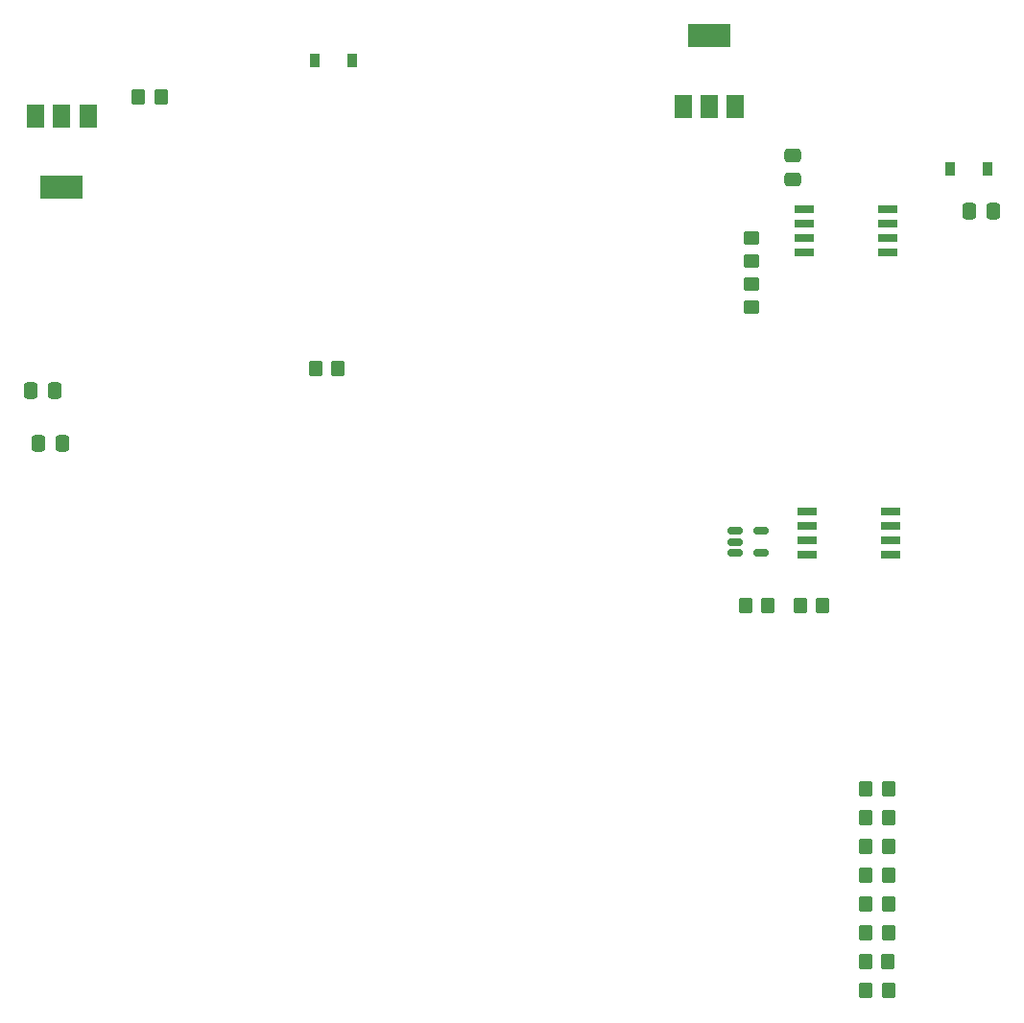
<source format=gtp>
%TF.GenerationSoftware,KiCad,Pcbnew,(6.0.1)*%
%TF.CreationDate,2022-03-08T14:51:08-06:00*%
%TF.ProjectId,arliang2_good2go_2,61726c69-616e-4673-925f-676f6f643267,rev?*%
%TF.SameCoordinates,Original*%
%TF.FileFunction,Paste,Top*%
%TF.FilePolarity,Positive*%
%FSLAX46Y46*%
G04 Gerber Fmt 4.6, Leading zero omitted, Abs format (unit mm)*
G04 Created by KiCad (PCBNEW (6.0.1)) date 2022-03-08 14:51:08*
%MOMM*%
%LPD*%
G01*
G04 APERTURE LIST*
G04 Aperture macros list*
%AMRoundRect*
0 Rectangle with rounded corners*
0 $1 Rounding radius*
0 $2 $3 $4 $5 $6 $7 $8 $9 X,Y pos of 4 corners*
0 Add a 4 corners polygon primitive as box body*
4,1,4,$2,$3,$4,$5,$6,$7,$8,$9,$2,$3,0*
0 Add four circle primitives for the rounded corners*
1,1,$1+$1,$2,$3*
1,1,$1+$1,$4,$5*
1,1,$1+$1,$6,$7*
1,1,$1+$1,$8,$9*
0 Add four rect primitives between the rounded corners*
20,1,$1+$1,$2,$3,$4,$5,0*
20,1,$1+$1,$4,$5,$6,$7,0*
20,1,$1+$1,$6,$7,$8,$9,0*
20,1,$1+$1,$8,$9,$2,$3,0*%
G04 Aperture macros list end*
%ADD10RoundRect,0.250000X-0.350000X-0.450000X0.350000X-0.450000X0.350000X0.450000X-0.350000X0.450000X0*%
%ADD11RoundRect,0.250000X0.350000X0.450000X-0.350000X0.450000X-0.350000X-0.450000X0.350000X-0.450000X0*%
%ADD12R,1.700000X0.650000*%
%ADD13R,0.900000X1.200000*%
%ADD14RoundRect,0.250000X0.337500X0.475000X-0.337500X0.475000X-0.337500X-0.475000X0.337500X-0.475000X0*%
%ADD15RoundRect,0.250000X-0.450000X0.350000X-0.450000X-0.350000X0.450000X-0.350000X0.450000X0.350000X0*%
%ADD16R,1.500000X2.000000*%
%ADD17R,3.800000X2.000000*%
%ADD18RoundRect,0.250000X0.475000X-0.337500X0.475000X0.337500X-0.475000X0.337500X-0.475000X-0.337500X0*%
%ADD19RoundRect,0.150000X-0.512500X-0.150000X0.512500X-0.150000X0.512500X0.150000X-0.512500X0.150000X0*%
G04 APERTURE END LIST*
D10*
%TO.C,R11*%
X178054000Y-129413000D03*
X176054000Y-129413000D03*
%TD*%
%TO.C,R4*%
X170262511Y-105561489D03*
X172262511Y-105561489D03*
%TD*%
%TO.C,R14*%
X178022000Y-137033000D03*
X176022000Y-137033000D03*
%TD*%
D11*
%TO.C,R1*%
X113867511Y-60706000D03*
X111867511Y-60706000D03*
%TD*%
D12*
%TO.C,U5*%
X170660511Y-70631489D03*
X170660511Y-71901489D03*
X170660511Y-73171489D03*
X170660511Y-74441489D03*
X177960511Y-74441489D03*
X177960511Y-73171489D03*
X177960511Y-71901489D03*
X177960511Y-70631489D03*
%TD*%
D13*
%TO.C,D2*%
X183455511Y-67080489D03*
X186755511Y-67080489D03*
%TD*%
D14*
%TO.C,C4*%
X185211011Y-70763489D03*
X187286011Y-70763489D03*
%TD*%
%TO.C,C2*%
X104485511Y-86614000D03*
X102410511Y-86614000D03*
%TD*%
D10*
%TO.C,R13*%
X178038000Y-134493000D03*
X176038000Y-134493000D03*
%TD*%
D15*
%TO.C,R6*%
X165928511Y-77256489D03*
X165928511Y-79256489D03*
%TD*%
D16*
%TO.C,U2*%
X107420511Y-62382000D03*
X105120511Y-62382000D03*
X102820511Y-62382000D03*
D17*
X105120511Y-68682000D03*
%TD*%
D10*
%TO.C,R8*%
X178054000Y-121793000D03*
X176054000Y-121793000D03*
%TD*%
%TO.C,R15*%
X178054000Y-139573000D03*
X176054000Y-139573000D03*
%TD*%
%TO.C,R12*%
X178038000Y-131953000D03*
X176038000Y-131953000D03*
%TD*%
D18*
%TO.C,R7*%
X169611511Y-67990989D03*
X169611511Y-65915989D03*
%TD*%
D10*
%TO.C,R10*%
X178038000Y-126873000D03*
X176038000Y-126873000D03*
%TD*%
D12*
%TO.C,U3*%
X170914511Y-97306489D03*
X170914511Y-98576489D03*
X170914511Y-99846489D03*
X170914511Y-101116489D03*
X178214511Y-101116489D03*
X178214511Y-99846489D03*
X178214511Y-98576489D03*
X178214511Y-97306489D03*
%TD*%
D13*
%TO.C,D1*%
X127473511Y-57531000D03*
X130773511Y-57531000D03*
%TD*%
D10*
%TO.C,R3*%
X165436511Y-105561489D03*
X167436511Y-105561489D03*
%TD*%
D16*
%TO.C,U4*%
X159945511Y-61594489D03*
X162245511Y-61594489D03*
X164545511Y-61594489D03*
D17*
X162245511Y-55294489D03*
%TD*%
D19*
%TO.C,U6*%
X164531511Y-99023489D03*
X164531511Y-99973489D03*
X164531511Y-100923489D03*
X166806511Y-100923489D03*
X166806511Y-99023489D03*
%TD*%
D10*
%TO.C,R9*%
X178038000Y-124333000D03*
X176038000Y-124333000D03*
%TD*%
D14*
%TO.C,C1*%
X105142011Y-91313000D03*
X103067011Y-91313000D03*
%TD*%
D10*
%TO.C,R2*%
X127488511Y-84709000D03*
X129488511Y-84709000D03*
%TD*%
D15*
%TO.C,R5*%
X165928511Y-73192489D03*
X165928511Y-75192489D03*
%TD*%
M02*

</source>
